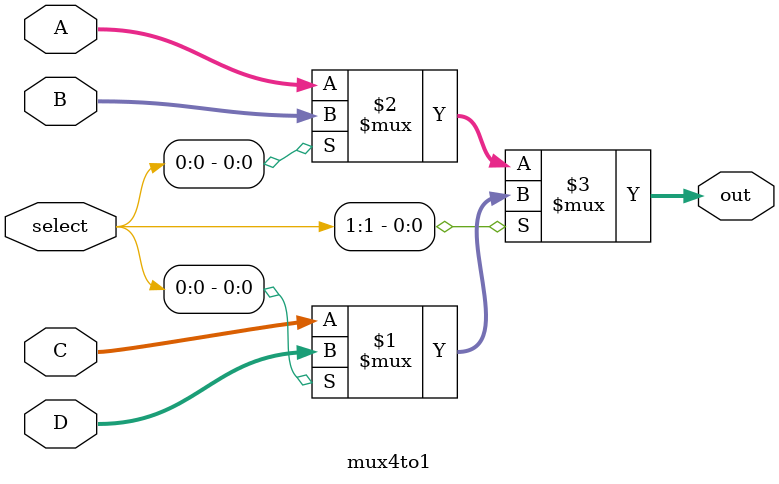
<source format=v>
`timescale 1ns / 1ps

module mux4to1(
		input [31:0] A,
		input [31:0] B,
		input [31:0] C,
		input [31:0] D,
		input [1:0] select,
		output [31:0] out
		);

	parameter WIDTH = 1;

	assign out =
			select[1]?(
				select[0]?D:C):(
				select[0]?B:A);
endmodule

</source>
